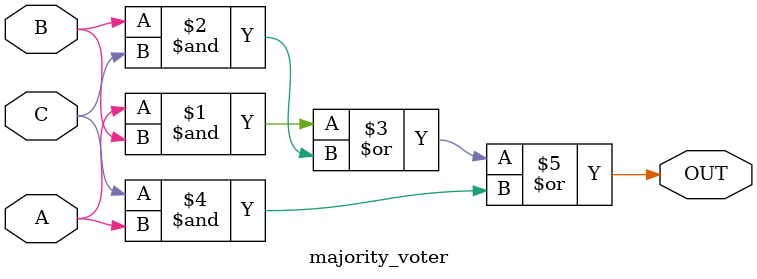
<source format=sv>
module majority_voter(input A, B, C, output OUT);
assign OUT = (A & B) | (B & C) | (C & A); 

endmodule
</source>
